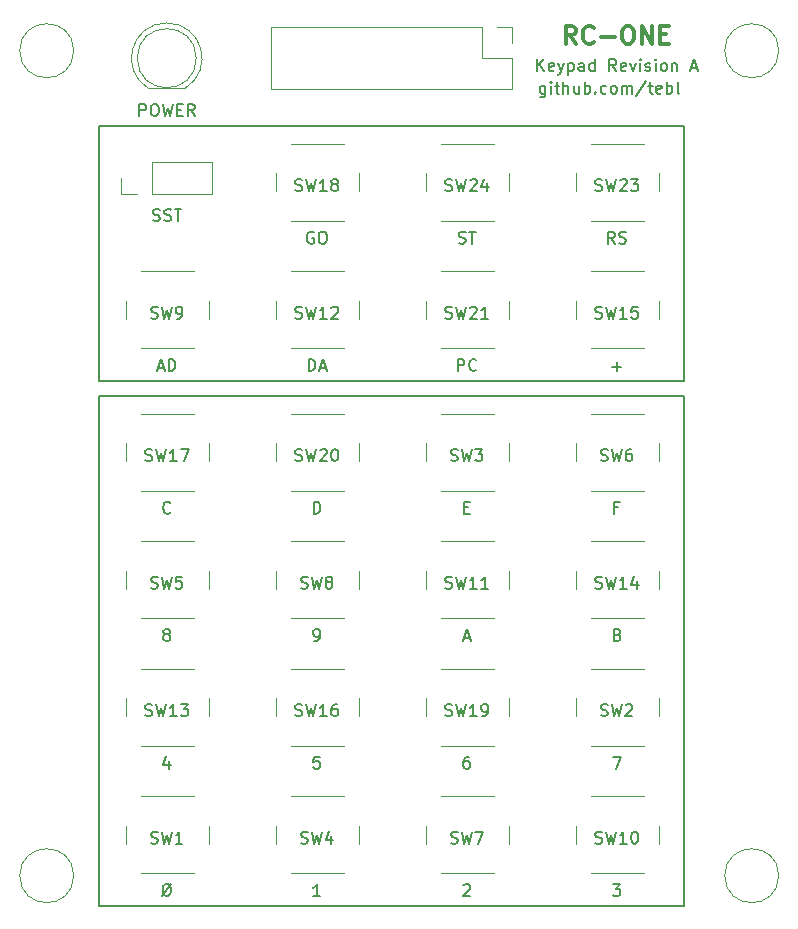
<source format=gto>
G04 #@! TF.FileFunction,Legend,Top*
%FSLAX46Y46*%
G04 Gerber Fmt 4.6, Leading zero omitted, Abs format (unit mm)*
G04 Created by KiCad (PCBNEW 4.0.7) date 09/06/19 15:29:48*
%MOMM*%
%LPD*%
G01*
G04 APERTURE LIST*
%ADD10C,0.100000*%
%ADD11C,0.200000*%
%ADD12C,0.150000*%
%ADD13C,0.300000*%
%ADD14C,0.120000*%
G04 APERTURE END LIST*
D10*
D11*
X95885000Y-64770000D02*
X107315000Y-64770000D01*
X95885000Y-86360000D02*
X95885000Y-64770000D01*
X145415000Y-130810000D02*
X145415000Y-87630000D01*
X95885000Y-130810000D02*
X145415000Y-130810000D01*
X95885000Y-87630000D02*
X95885000Y-130810000D01*
X95885000Y-87630000D02*
X145415000Y-87630000D01*
X145415000Y-64770000D02*
X145415000Y-86360000D01*
X107315000Y-64770000D02*
X145415000Y-64770000D01*
X145415000Y-86360000D02*
X95885000Y-86360000D01*
D12*
X133660238Y-61380714D02*
X133660238Y-62190238D01*
X133612619Y-62285476D01*
X133565000Y-62333095D01*
X133469761Y-62380714D01*
X133326904Y-62380714D01*
X133231666Y-62333095D01*
X133660238Y-61999762D02*
X133565000Y-62047381D01*
X133374523Y-62047381D01*
X133279285Y-61999762D01*
X133231666Y-61952143D01*
X133184047Y-61856905D01*
X133184047Y-61571190D01*
X133231666Y-61475952D01*
X133279285Y-61428333D01*
X133374523Y-61380714D01*
X133565000Y-61380714D01*
X133660238Y-61428333D01*
X134136428Y-62047381D02*
X134136428Y-61380714D01*
X134136428Y-61047381D02*
X134088809Y-61095000D01*
X134136428Y-61142619D01*
X134184047Y-61095000D01*
X134136428Y-61047381D01*
X134136428Y-61142619D01*
X134469761Y-61380714D02*
X134850713Y-61380714D01*
X134612618Y-61047381D02*
X134612618Y-61904524D01*
X134660237Y-61999762D01*
X134755475Y-62047381D01*
X134850713Y-62047381D01*
X135184047Y-62047381D02*
X135184047Y-61047381D01*
X135612619Y-62047381D02*
X135612619Y-61523571D01*
X135565000Y-61428333D01*
X135469762Y-61380714D01*
X135326904Y-61380714D01*
X135231666Y-61428333D01*
X135184047Y-61475952D01*
X136517381Y-61380714D02*
X136517381Y-62047381D01*
X136088809Y-61380714D02*
X136088809Y-61904524D01*
X136136428Y-61999762D01*
X136231666Y-62047381D01*
X136374524Y-62047381D01*
X136469762Y-61999762D01*
X136517381Y-61952143D01*
X136993571Y-62047381D02*
X136993571Y-61047381D01*
X136993571Y-61428333D02*
X137088809Y-61380714D01*
X137279286Y-61380714D01*
X137374524Y-61428333D01*
X137422143Y-61475952D01*
X137469762Y-61571190D01*
X137469762Y-61856905D01*
X137422143Y-61952143D01*
X137374524Y-61999762D01*
X137279286Y-62047381D01*
X137088809Y-62047381D01*
X136993571Y-61999762D01*
X137898333Y-61952143D02*
X137945952Y-61999762D01*
X137898333Y-62047381D01*
X137850714Y-61999762D01*
X137898333Y-61952143D01*
X137898333Y-62047381D01*
X138803095Y-61999762D02*
X138707857Y-62047381D01*
X138517380Y-62047381D01*
X138422142Y-61999762D01*
X138374523Y-61952143D01*
X138326904Y-61856905D01*
X138326904Y-61571190D01*
X138374523Y-61475952D01*
X138422142Y-61428333D01*
X138517380Y-61380714D01*
X138707857Y-61380714D01*
X138803095Y-61428333D01*
X139374523Y-62047381D02*
X139279285Y-61999762D01*
X139231666Y-61952143D01*
X139184047Y-61856905D01*
X139184047Y-61571190D01*
X139231666Y-61475952D01*
X139279285Y-61428333D01*
X139374523Y-61380714D01*
X139517381Y-61380714D01*
X139612619Y-61428333D01*
X139660238Y-61475952D01*
X139707857Y-61571190D01*
X139707857Y-61856905D01*
X139660238Y-61952143D01*
X139612619Y-61999762D01*
X139517381Y-62047381D01*
X139374523Y-62047381D01*
X140136428Y-62047381D02*
X140136428Y-61380714D01*
X140136428Y-61475952D02*
X140184047Y-61428333D01*
X140279285Y-61380714D01*
X140422143Y-61380714D01*
X140517381Y-61428333D01*
X140565000Y-61523571D01*
X140565000Y-62047381D01*
X140565000Y-61523571D02*
X140612619Y-61428333D01*
X140707857Y-61380714D01*
X140850714Y-61380714D01*
X140945952Y-61428333D01*
X140993571Y-61523571D01*
X140993571Y-62047381D01*
X142184047Y-60999762D02*
X141326904Y-62285476D01*
X142374523Y-61380714D02*
X142755475Y-61380714D01*
X142517380Y-61047381D02*
X142517380Y-61904524D01*
X142564999Y-61999762D01*
X142660237Y-62047381D01*
X142755475Y-62047381D01*
X143469762Y-61999762D02*
X143374524Y-62047381D01*
X143184047Y-62047381D01*
X143088809Y-61999762D01*
X143041190Y-61904524D01*
X143041190Y-61523571D01*
X143088809Y-61428333D01*
X143184047Y-61380714D01*
X143374524Y-61380714D01*
X143469762Y-61428333D01*
X143517381Y-61523571D01*
X143517381Y-61618810D01*
X143041190Y-61714048D01*
X143945952Y-62047381D02*
X143945952Y-61047381D01*
X143945952Y-61428333D02*
X144041190Y-61380714D01*
X144231667Y-61380714D01*
X144326905Y-61428333D01*
X144374524Y-61475952D01*
X144422143Y-61571190D01*
X144422143Y-61856905D01*
X144374524Y-61952143D01*
X144326905Y-61999762D01*
X144231667Y-62047381D01*
X144041190Y-62047381D01*
X143945952Y-61999762D01*
X144993571Y-62047381D02*
X144898333Y-61999762D01*
X144850714Y-61904524D01*
X144850714Y-61047381D01*
X132985714Y-60142381D02*
X132985714Y-59142381D01*
X133557143Y-60142381D02*
X133128571Y-59570952D01*
X133557143Y-59142381D02*
X132985714Y-59713810D01*
X134366667Y-60094762D02*
X134271429Y-60142381D01*
X134080952Y-60142381D01*
X133985714Y-60094762D01*
X133938095Y-59999524D01*
X133938095Y-59618571D01*
X133985714Y-59523333D01*
X134080952Y-59475714D01*
X134271429Y-59475714D01*
X134366667Y-59523333D01*
X134414286Y-59618571D01*
X134414286Y-59713810D01*
X133938095Y-59809048D01*
X134747619Y-59475714D02*
X134985714Y-60142381D01*
X135223810Y-59475714D02*
X134985714Y-60142381D01*
X134890476Y-60380476D01*
X134842857Y-60428095D01*
X134747619Y-60475714D01*
X135604762Y-59475714D02*
X135604762Y-60475714D01*
X135604762Y-59523333D02*
X135700000Y-59475714D01*
X135890477Y-59475714D01*
X135985715Y-59523333D01*
X136033334Y-59570952D01*
X136080953Y-59666190D01*
X136080953Y-59951905D01*
X136033334Y-60047143D01*
X135985715Y-60094762D01*
X135890477Y-60142381D01*
X135700000Y-60142381D01*
X135604762Y-60094762D01*
X136938096Y-60142381D02*
X136938096Y-59618571D01*
X136890477Y-59523333D01*
X136795239Y-59475714D01*
X136604762Y-59475714D01*
X136509524Y-59523333D01*
X136938096Y-60094762D02*
X136842858Y-60142381D01*
X136604762Y-60142381D01*
X136509524Y-60094762D01*
X136461905Y-59999524D01*
X136461905Y-59904286D01*
X136509524Y-59809048D01*
X136604762Y-59761429D01*
X136842858Y-59761429D01*
X136938096Y-59713810D01*
X137842858Y-60142381D02*
X137842858Y-59142381D01*
X137842858Y-60094762D02*
X137747620Y-60142381D01*
X137557143Y-60142381D01*
X137461905Y-60094762D01*
X137414286Y-60047143D01*
X137366667Y-59951905D01*
X137366667Y-59666190D01*
X137414286Y-59570952D01*
X137461905Y-59523333D01*
X137557143Y-59475714D01*
X137747620Y-59475714D01*
X137842858Y-59523333D01*
X139652382Y-60142381D02*
X139319048Y-59666190D01*
X139080953Y-60142381D02*
X139080953Y-59142381D01*
X139461906Y-59142381D01*
X139557144Y-59190000D01*
X139604763Y-59237619D01*
X139652382Y-59332857D01*
X139652382Y-59475714D01*
X139604763Y-59570952D01*
X139557144Y-59618571D01*
X139461906Y-59666190D01*
X139080953Y-59666190D01*
X140461906Y-60094762D02*
X140366668Y-60142381D01*
X140176191Y-60142381D01*
X140080953Y-60094762D01*
X140033334Y-59999524D01*
X140033334Y-59618571D01*
X140080953Y-59523333D01*
X140176191Y-59475714D01*
X140366668Y-59475714D01*
X140461906Y-59523333D01*
X140509525Y-59618571D01*
X140509525Y-59713810D01*
X140033334Y-59809048D01*
X140842858Y-59475714D02*
X141080953Y-60142381D01*
X141319049Y-59475714D01*
X141700001Y-60142381D02*
X141700001Y-59475714D01*
X141700001Y-59142381D02*
X141652382Y-59190000D01*
X141700001Y-59237619D01*
X141747620Y-59190000D01*
X141700001Y-59142381D01*
X141700001Y-59237619D01*
X142128572Y-60094762D02*
X142223810Y-60142381D01*
X142414286Y-60142381D01*
X142509525Y-60094762D01*
X142557144Y-59999524D01*
X142557144Y-59951905D01*
X142509525Y-59856667D01*
X142414286Y-59809048D01*
X142271429Y-59809048D01*
X142176191Y-59761429D01*
X142128572Y-59666190D01*
X142128572Y-59618571D01*
X142176191Y-59523333D01*
X142271429Y-59475714D01*
X142414286Y-59475714D01*
X142509525Y-59523333D01*
X142985715Y-60142381D02*
X142985715Y-59475714D01*
X142985715Y-59142381D02*
X142938096Y-59190000D01*
X142985715Y-59237619D01*
X143033334Y-59190000D01*
X142985715Y-59142381D01*
X142985715Y-59237619D01*
X143604762Y-60142381D02*
X143509524Y-60094762D01*
X143461905Y-60047143D01*
X143414286Y-59951905D01*
X143414286Y-59666190D01*
X143461905Y-59570952D01*
X143509524Y-59523333D01*
X143604762Y-59475714D01*
X143747620Y-59475714D01*
X143842858Y-59523333D01*
X143890477Y-59570952D01*
X143938096Y-59666190D01*
X143938096Y-59951905D01*
X143890477Y-60047143D01*
X143842858Y-60094762D01*
X143747620Y-60142381D01*
X143604762Y-60142381D01*
X144366667Y-59475714D02*
X144366667Y-60142381D01*
X144366667Y-59570952D02*
X144414286Y-59523333D01*
X144509524Y-59475714D01*
X144652382Y-59475714D01*
X144747620Y-59523333D01*
X144795239Y-59618571D01*
X144795239Y-60142381D01*
X145985715Y-59856667D02*
X146461906Y-59856667D01*
X145890477Y-60142381D02*
X146223810Y-59142381D01*
X146557144Y-60142381D01*
D13*
X136235714Y-57828571D02*
X135735714Y-57114286D01*
X135378571Y-57828571D02*
X135378571Y-56328571D01*
X135949999Y-56328571D01*
X136092857Y-56400000D01*
X136164285Y-56471429D01*
X136235714Y-56614286D01*
X136235714Y-56828571D01*
X136164285Y-56971429D01*
X136092857Y-57042857D01*
X135949999Y-57114286D01*
X135378571Y-57114286D01*
X137735714Y-57685714D02*
X137664285Y-57757143D01*
X137449999Y-57828571D01*
X137307142Y-57828571D01*
X137092857Y-57757143D01*
X136949999Y-57614286D01*
X136878571Y-57471429D01*
X136807142Y-57185714D01*
X136807142Y-56971429D01*
X136878571Y-56685714D01*
X136949999Y-56542857D01*
X137092857Y-56400000D01*
X137307142Y-56328571D01*
X137449999Y-56328571D01*
X137664285Y-56400000D01*
X137735714Y-56471429D01*
X138378571Y-57257143D02*
X139521428Y-57257143D01*
X140521428Y-56328571D02*
X140807142Y-56328571D01*
X140950000Y-56400000D01*
X141092857Y-56542857D01*
X141164285Y-56828571D01*
X141164285Y-57328571D01*
X141092857Y-57614286D01*
X140950000Y-57757143D01*
X140807142Y-57828571D01*
X140521428Y-57828571D01*
X140378571Y-57757143D01*
X140235714Y-57614286D01*
X140164285Y-57328571D01*
X140164285Y-56828571D01*
X140235714Y-56542857D01*
X140378571Y-56400000D01*
X140521428Y-56328571D01*
X141807143Y-57828571D02*
X141807143Y-56328571D01*
X142664286Y-57828571D01*
X142664286Y-56328571D01*
X143378572Y-57042857D02*
X143878572Y-57042857D01*
X144092858Y-57828571D02*
X143378572Y-57828571D01*
X143378572Y-56328571D01*
X144092858Y-56328571D01*
D12*
X99290476Y-63952381D02*
X99290476Y-62952381D01*
X99671429Y-62952381D01*
X99766667Y-63000000D01*
X99814286Y-63047619D01*
X99861905Y-63142857D01*
X99861905Y-63285714D01*
X99814286Y-63380952D01*
X99766667Y-63428571D01*
X99671429Y-63476190D01*
X99290476Y-63476190D01*
X100480952Y-62952381D02*
X100671429Y-62952381D01*
X100766667Y-63000000D01*
X100861905Y-63095238D01*
X100909524Y-63285714D01*
X100909524Y-63619048D01*
X100861905Y-63809524D01*
X100766667Y-63904762D01*
X100671429Y-63952381D01*
X100480952Y-63952381D01*
X100385714Y-63904762D01*
X100290476Y-63809524D01*
X100242857Y-63619048D01*
X100242857Y-63285714D01*
X100290476Y-63095238D01*
X100385714Y-63000000D01*
X100480952Y-62952381D01*
X101242857Y-62952381D02*
X101480952Y-63952381D01*
X101671429Y-63238095D01*
X101861905Y-63952381D01*
X102100000Y-62952381D01*
X102480952Y-63428571D02*
X102814286Y-63428571D01*
X102957143Y-63952381D02*
X102480952Y-63952381D01*
X102480952Y-62952381D01*
X102957143Y-62952381D01*
X103957143Y-63952381D02*
X103623809Y-63476190D01*
X103385714Y-63952381D02*
X103385714Y-62952381D01*
X103766667Y-62952381D01*
X103861905Y-63000000D01*
X103909524Y-63047619D01*
X103957143Y-63142857D01*
X103957143Y-63285714D01*
X103909524Y-63380952D01*
X103861905Y-63428571D01*
X103766667Y-63476190D01*
X103385714Y-63476190D01*
D14*
X101600462Y-56065000D02*
G75*
G03X100055170Y-61615000I-462J-2990000D01*
G01*
X101599538Y-56065000D02*
G75*
G02X103144830Y-61615000I462J-2990000D01*
G01*
X104100000Y-59055000D02*
G75*
G03X104100000Y-59055000I-2500000J0D01*
G01*
X100055000Y-61615000D02*
X103145000Y-61615000D01*
X110430000Y-56455000D02*
X110430000Y-61655000D01*
X128270000Y-56455000D02*
X110430000Y-56455000D01*
X130870000Y-61655000D02*
X110430000Y-61655000D01*
X128270000Y-56455000D02*
X128270000Y-59055000D01*
X128270000Y-59055000D02*
X130870000Y-59055000D01*
X130870000Y-59055000D02*
X130870000Y-61655000D01*
X129540000Y-56455000D02*
X130870000Y-56455000D01*
X130870000Y-56455000D02*
X130870000Y-57785000D01*
X99425000Y-128055000D02*
X103925000Y-128055000D01*
X98175000Y-124055000D02*
X98175000Y-125555000D01*
X103925000Y-121555000D02*
X99425000Y-121555000D01*
X105175000Y-125555000D02*
X105175000Y-124055000D01*
X137525000Y-117260000D02*
X142025000Y-117260000D01*
X136275000Y-113260000D02*
X136275000Y-114760000D01*
X142025000Y-110760000D02*
X137525000Y-110760000D01*
X143275000Y-114760000D02*
X143275000Y-113260000D01*
X124825000Y-95670000D02*
X129325000Y-95670000D01*
X123575000Y-91670000D02*
X123575000Y-93170000D01*
X129325000Y-89170000D02*
X124825000Y-89170000D01*
X130575000Y-93170000D02*
X130575000Y-91670000D01*
X112125000Y-128055000D02*
X116625000Y-128055000D01*
X110875000Y-124055000D02*
X110875000Y-125555000D01*
X116625000Y-121555000D02*
X112125000Y-121555000D01*
X117875000Y-125555000D02*
X117875000Y-124055000D01*
X99425000Y-106465000D02*
X103925000Y-106465000D01*
X98175000Y-102465000D02*
X98175000Y-103965000D01*
X103925000Y-99965000D02*
X99425000Y-99965000D01*
X105175000Y-103965000D02*
X105175000Y-102465000D01*
X137525000Y-95670000D02*
X142025000Y-95670000D01*
X136275000Y-91670000D02*
X136275000Y-93170000D01*
X142025000Y-89170000D02*
X137525000Y-89170000D01*
X143275000Y-93170000D02*
X143275000Y-91670000D01*
X124825000Y-128055000D02*
X129325000Y-128055000D01*
X123575000Y-124055000D02*
X123575000Y-125555000D01*
X129325000Y-121555000D02*
X124825000Y-121555000D01*
X130575000Y-125555000D02*
X130575000Y-124055000D01*
X112125000Y-106465000D02*
X116625000Y-106465000D01*
X110875000Y-102465000D02*
X110875000Y-103965000D01*
X116625000Y-99965000D02*
X112125000Y-99965000D01*
X117875000Y-103965000D02*
X117875000Y-102465000D01*
X99425000Y-83605000D02*
X103925000Y-83605000D01*
X98175000Y-79605000D02*
X98175000Y-81105000D01*
X103925000Y-77105000D02*
X99425000Y-77105000D01*
X105175000Y-81105000D02*
X105175000Y-79605000D01*
X137525000Y-128055000D02*
X142025000Y-128055000D01*
X136275000Y-124055000D02*
X136275000Y-125555000D01*
X142025000Y-121555000D02*
X137525000Y-121555000D01*
X143275000Y-125555000D02*
X143275000Y-124055000D01*
X124825000Y-106465000D02*
X129325000Y-106465000D01*
X123575000Y-102465000D02*
X123575000Y-103965000D01*
X129325000Y-99965000D02*
X124825000Y-99965000D01*
X130575000Y-103965000D02*
X130575000Y-102465000D01*
X112125000Y-83605000D02*
X116625000Y-83605000D01*
X110875000Y-79605000D02*
X110875000Y-81105000D01*
X116625000Y-77105000D02*
X112125000Y-77105000D01*
X117875000Y-81105000D02*
X117875000Y-79605000D01*
X99425000Y-117260000D02*
X103925000Y-117260000D01*
X98175000Y-113260000D02*
X98175000Y-114760000D01*
X103925000Y-110760000D02*
X99425000Y-110760000D01*
X105175000Y-114760000D02*
X105175000Y-113260000D01*
X137525000Y-106465000D02*
X142025000Y-106465000D01*
X136275000Y-102465000D02*
X136275000Y-103965000D01*
X142025000Y-99965000D02*
X137525000Y-99965000D01*
X143275000Y-103965000D02*
X143275000Y-102465000D01*
X137525000Y-83605000D02*
X142025000Y-83605000D01*
X136275000Y-79605000D02*
X136275000Y-81105000D01*
X142025000Y-77105000D02*
X137525000Y-77105000D01*
X143275000Y-81105000D02*
X143275000Y-79605000D01*
X112125000Y-117260000D02*
X116625000Y-117260000D01*
X110875000Y-113260000D02*
X110875000Y-114760000D01*
X116625000Y-110760000D02*
X112125000Y-110760000D01*
X117875000Y-114760000D02*
X117875000Y-113260000D01*
X99425000Y-95670000D02*
X103925000Y-95670000D01*
X98175000Y-91670000D02*
X98175000Y-93170000D01*
X103925000Y-89170000D02*
X99425000Y-89170000D01*
X105175000Y-93170000D02*
X105175000Y-91670000D01*
X112125000Y-72810000D02*
X116625000Y-72810000D01*
X110875000Y-68810000D02*
X110875000Y-70310000D01*
X116625000Y-66310000D02*
X112125000Y-66310000D01*
X117875000Y-70310000D02*
X117875000Y-68810000D01*
X124825000Y-117260000D02*
X129325000Y-117260000D01*
X123575000Y-113260000D02*
X123575000Y-114760000D01*
X129325000Y-110760000D02*
X124825000Y-110760000D01*
X130575000Y-114760000D02*
X130575000Y-113260000D01*
X112125000Y-95670000D02*
X116625000Y-95670000D01*
X110875000Y-91670000D02*
X110875000Y-93170000D01*
X116625000Y-89170000D02*
X112125000Y-89170000D01*
X117875000Y-93170000D02*
X117875000Y-91670000D01*
X124825000Y-83605000D02*
X129325000Y-83605000D01*
X123575000Y-79605000D02*
X123575000Y-81105000D01*
X129325000Y-77105000D02*
X124825000Y-77105000D01*
X130575000Y-81105000D02*
X130575000Y-79605000D01*
X137525000Y-72810000D02*
X142025000Y-72810000D01*
X136275000Y-68810000D02*
X136275000Y-70310000D01*
X142025000Y-66310000D02*
X137525000Y-66310000D01*
X143275000Y-70310000D02*
X143275000Y-68810000D01*
X124825000Y-72810000D02*
X129325000Y-72810000D01*
X123575000Y-68810000D02*
X123575000Y-70310000D01*
X129325000Y-66310000D02*
X124825000Y-66310000D01*
X130575000Y-70310000D02*
X130575000Y-68810000D01*
X93726000Y-58420000D02*
G75*
G03X93726000Y-58420000I-2286000J0D01*
G01*
X153416000Y-58420000D02*
G75*
G03X153416000Y-58420000I-2286000J0D01*
G01*
X93726000Y-128270000D02*
G75*
G03X93726000Y-128270000I-2286000J0D01*
G01*
X153416000Y-128270000D02*
G75*
G03X153416000Y-128270000I-2286000J0D01*
G01*
X105470000Y-70545000D02*
X105470000Y-67885000D01*
X100330000Y-70545000D02*
X105470000Y-70545000D01*
X100330000Y-67885000D02*
X105470000Y-67885000D01*
X100330000Y-70545000D02*
X100330000Y-67885000D01*
X99060000Y-70545000D02*
X97730000Y-70545000D01*
X97730000Y-70545000D02*
X97730000Y-69215000D01*
D12*
X100266667Y-125499762D02*
X100409524Y-125547381D01*
X100647620Y-125547381D01*
X100742858Y-125499762D01*
X100790477Y-125452143D01*
X100838096Y-125356905D01*
X100838096Y-125261667D01*
X100790477Y-125166429D01*
X100742858Y-125118810D01*
X100647620Y-125071190D01*
X100457143Y-125023571D01*
X100361905Y-124975952D01*
X100314286Y-124928333D01*
X100266667Y-124833095D01*
X100266667Y-124737857D01*
X100314286Y-124642619D01*
X100361905Y-124595000D01*
X100457143Y-124547381D01*
X100695239Y-124547381D01*
X100838096Y-124595000D01*
X101171429Y-124547381D02*
X101409524Y-125547381D01*
X101600001Y-124833095D01*
X101790477Y-125547381D01*
X102028572Y-124547381D01*
X102933334Y-125547381D02*
X102361905Y-125547381D01*
X102647619Y-125547381D02*
X102647619Y-124547381D01*
X102552381Y-124690238D01*
X102457143Y-124785476D01*
X102361905Y-124833095D01*
X101980953Y-128992381D02*
X101219048Y-129992381D01*
X101504762Y-129992381D02*
X101409524Y-129944762D01*
X101314286Y-129849524D01*
X101266667Y-129659048D01*
X101266667Y-129325714D01*
X101314286Y-129135238D01*
X101409524Y-129040000D01*
X101504762Y-128992381D01*
X101695239Y-128992381D01*
X101790477Y-129040000D01*
X101885715Y-129135238D01*
X101933334Y-129325714D01*
X101933334Y-129659048D01*
X101885715Y-129849524D01*
X101790477Y-129944762D01*
X101695239Y-129992381D01*
X101504762Y-129992381D01*
X138366667Y-114704762D02*
X138509524Y-114752381D01*
X138747620Y-114752381D01*
X138842858Y-114704762D01*
X138890477Y-114657143D01*
X138938096Y-114561905D01*
X138938096Y-114466667D01*
X138890477Y-114371429D01*
X138842858Y-114323810D01*
X138747620Y-114276190D01*
X138557143Y-114228571D01*
X138461905Y-114180952D01*
X138414286Y-114133333D01*
X138366667Y-114038095D01*
X138366667Y-113942857D01*
X138414286Y-113847619D01*
X138461905Y-113800000D01*
X138557143Y-113752381D01*
X138795239Y-113752381D01*
X138938096Y-113800000D01*
X139271429Y-113752381D02*
X139509524Y-114752381D01*
X139700001Y-114038095D01*
X139890477Y-114752381D01*
X140128572Y-113752381D01*
X140461905Y-113847619D02*
X140509524Y-113800000D01*
X140604762Y-113752381D01*
X140842858Y-113752381D01*
X140938096Y-113800000D01*
X140985715Y-113847619D01*
X141033334Y-113942857D01*
X141033334Y-114038095D01*
X140985715Y-114180952D01*
X140414286Y-114752381D01*
X141033334Y-114752381D01*
X139366667Y-118197381D02*
X140033334Y-118197381D01*
X139604762Y-119197381D01*
X125666667Y-93114762D02*
X125809524Y-93162381D01*
X126047620Y-93162381D01*
X126142858Y-93114762D01*
X126190477Y-93067143D01*
X126238096Y-92971905D01*
X126238096Y-92876667D01*
X126190477Y-92781429D01*
X126142858Y-92733810D01*
X126047620Y-92686190D01*
X125857143Y-92638571D01*
X125761905Y-92590952D01*
X125714286Y-92543333D01*
X125666667Y-92448095D01*
X125666667Y-92352857D01*
X125714286Y-92257619D01*
X125761905Y-92210000D01*
X125857143Y-92162381D01*
X126095239Y-92162381D01*
X126238096Y-92210000D01*
X126571429Y-92162381D02*
X126809524Y-93162381D01*
X127000001Y-92448095D01*
X127190477Y-93162381D01*
X127428572Y-92162381D01*
X127714286Y-92162381D02*
X128333334Y-92162381D01*
X128000000Y-92543333D01*
X128142858Y-92543333D01*
X128238096Y-92590952D01*
X128285715Y-92638571D01*
X128333334Y-92733810D01*
X128333334Y-92971905D01*
X128285715Y-93067143D01*
X128238096Y-93114762D01*
X128142858Y-93162381D01*
X127857143Y-93162381D01*
X127761905Y-93114762D01*
X127714286Y-93067143D01*
X126785714Y-97083571D02*
X127119048Y-97083571D01*
X127261905Y-97607381D02*
X126785714Y-97607381D01*
X126785714Y-96607381D01*
X127261905Y-96607381D01*
X112966667Y-125499762D02*
X113109524Y-125547381D01*
X113347620Y-125547381D01*
X113442858Y-125499762D01*
X113490477Y-125452143D01*
X113538096Y-125356905D01*
X113538096Y-125261667D01*
X113490477Y-125166429D01*
X113442858Y-125118810D01*
X113347620Y-125071190D01*
X113157143Y-125023571D01*
X113061905Y-124975952D01*
X113014286Y-124928333D01*
X112966667Y-124833095D01*
X112966667Y-124737857D01*
X113014286Y-124642619D01*
X113061905Y-124595000D01*
X113157143Y-124547381D01*
X113395239Y-124547381D01*
X113538096Y-124595000D01*
X113871429Y-124547381D02*
X114109524Y-125547381D01*
X114300001Y-124833095D01*
X114490477Y-125547381D01*
X114728572Y-124547381D01*
X115538096Y-124880714D02*
X115538096Y-125547381D01*
X115300000Y-124499762D02*
X115061905Y-125214048D01*
X115680953Y-125214048D01*
X114585715Y-129992381D02*
X114014286Y-129992381D01*
X114300000Y-129992381D02*
X114300000Y-128992381D01*
X114204762Y-129135238D01*
X114109524Y-129230476D01*
X114014286Y-129278095D01*
X100266667Y-103909762D02*
X100409524Y-103957381D01*
X100647620Y-103957381D01*
X100742858Y-103909762D01*
X100790477Y-103862143D01*
X100838096Y-103766905D01*
X100838096Y-103671667D01*
X100790477Y-103576429D01*
X100742858Y-103528810D01*
X100647620Y-103481190D01*
X100457143Y-103433571D01*
X100361905Y-103385952D01*
X100314286Y-103338333D01*
X100266667Y-103243095D01*
X100266667Y-103147857D01*
X100314286Y-103052619D01*
X100361905Y-103005000D01*
X100457143Y-102957381D01*
X100695239Y-102957381D01*
X100838096Y-103005000D01*
X101171429Y-102957381D02*
X101409524Y-103957381D01*
X101600001Y-103243095D01*
X101790477Y-103957381D01*
X102028572Y-102957381D01*
X102885715Y-102957381D02*
X102409524Y-102957381D01*
X102361905Y-103433571D01*
X102409524Y-103385952D01*
X102504762Y-103338333D01*
X102742858Y-103338333D01*
X102838096Y-103385952D01*
X102885715Y-103433571D01*
X102933334Y-103528810D01*
X102933334Y-103766905D01*
X102885715Y-103862143D01*
X102838096Y-103909762D01*
X102742858Y-103957381D01*
X102504762Y-103957381D01*
X102409524Y-103909762D01*
X102361905Y-103862143D01*
X101504762Y-107830952D02*
X101409524Y-107783333D01*
X101361905Y-107735714D01*
X101314286Y-107640476D01*
X101314286Y-107592857D01*
X101361905Y-107497619D01*
X101409524Y-107450000D01*
X101504762Y-107402381D01*
X101695239Y-107402381D01*
X101790477Y-107450000D01*
X101838096Y-107497619D01*
X101885715Y-107592857D01*
X101885715Y-107640476D01*
X101838096Y-107735714D01*
X101790477Y-107783333D01*
X101695239Y-107830952D01*
X101504762Y-107830952D01*
X101409524Y-107878571D01*
X101361905Y-107926190D01*
X101314286Y-108021429D01*
X101314286Y-108211905D01*
X101361905Y-108307143D01*
X101409524Y-108354762D01*
X101504762Y-108402381D01*
X101695239Y-108402381D01*
X101790477Y-108354762D01*
X101838096Y-108307143D01*
X101885715Y-108211905D01*
X101885715Y-108021429D01*
X101838096Y-107926190D01*
X101790477Y-107878571D01*
X101695239Y-107830952D01*
X138366667Y-93114762D02*
X138509524Y-93162381D01*
X138747620Y-93162381D01*
X138842858Y-93114762D01*
X138890477Y-93067143D01*
X138938096Y-92971905D01*
X138938096Y-92876667D01*
X138890477Y-92781429D01*
X138842858Y-92733810D01*
X138747620Y-92686190D01*
X138557143Y-92638571D01*
X138461905Y-92590952D01*
X138414286Y-92543333D01*
X138366667Y-92448095D01*
X138366667Y-92352857D01*
X138414286Y-92257619D01*
X138461905Y-92210000D01*
X138557143Y-92162381D01*
X138795239Y-92162381D01*
X138938096Y-92210000D01*
X139271429Y-92162381D02*
X139509524Y-93162381D01*
X139700001Y-92448095D01*
X139890477Y-93162381D01*
X140128572Y-92162381D01*
X140938096Y-92162381D02*
X140747619Y-92162381D01*
X140652381Y-92210000D01*
X140604762Y-92257619D01*
X140509524Y-92400476D01*
X140461905Y-92590952D01*
X140461905Y-92971905D01*
X140509524Y-93067143D01*
X140557143Y-93114762D01*
X140652381Y-93162381D01*
X140842858Y-93162381D01*
X140938096Y-93114762D01*
X140985715Y-93067143D01*
X141033334Y-92971905D01*
X141033334Y-92733810D01*
X140985715Y-92638571D01*
X140938096Y-92590952D01*
X140842858Y-92543333D01*
X140652381Y-92543333D01*
X140557143Y-92590952D01*
X140509524Y-92638571D01*
X140461905Y-92733810D01*
X139842858Y-97083571D02*
X139509524Y-97083571D01*
X139509524Y-97607381D02*
X139509524Y-96607381D01*
X139985715Y-96607381D01*
X125666667Y-125499762D02*
X125809524Y-125547381D01*
X126047620Y-125547381D01*
X126142858Y-125499762D01*
X126190477Y-125452143D01*
X126238096Y-125356905D01*
X126238096Y-125261667D01*
X126190477Y-125166429D01*
X126142858Y-125118810D01*
X126047620Y-125071190D01*
X125857143Y-125023571D01*
X125761905Y-124975952D01*
X125714286Y-124928333D01*
X125666667Y-124833095D01*
X125666667Y-124737857D01*
X125714286Y-124642619D01*
X125761905Y-124595000D01*
X125857143Y-124547381D01*
X126095239Y-124547381D01*
X126238096Y-124595000D01*
X126571429Y-124547381D02*
X126809524Y-125547381D01*
X127000001Y-124833095D01*
X127190477Y-125547381D01*
X127428572Y-124547381D01*
X127714286Y-124547381D02*
X128380953Y-124547381D01*
X127952381Y-125547381D01*
X126714286Y-129087619D02*
X126761905Y-129040000D01*
X126857143Y-128992381D01*
X127095239Y-128992381D01*
X127190477Y-129040000D01*
X127238096Y-129087619D01*
X127285715Y-129182857D01*
X127285715Y-129278095D01*
X127238096Y-129420952D01*
X126666667Y-129992381D01*
X127285715Y-129992381D01*
X112966667Y-103909762D02*
X113109524Y-103957381D01*
X113347620Y-103957381D01*
X113442858Y-103909762D01*
X113490477Y-103862143D01*
X113538096Y-103766905D01*
X113538096Y-103671667D01*
X113490477Y-103576429D01*
X113442858Y-103528810D01*
X113347620Y-103481190D01*
X113157143Y-103433571D01*
X113061905Y-103385952D01*
X113014286Y-103338333D01*
X112966667Y-103243095D01*
X112966667Y-103147857D01*
X113014286Y-103052619D01*
X113061905Y-103005000D01*
X113157143Y-102957381D01*
X113395239Y-102957381D01*
X113538096Y-103005000D01*
X113871429Y-102957381D02*
X114109524Y-103957381D01*
X114300001Y-103243095D01*
X114490477Y-103957381D01*
X114728572Y-102957381D01*
X115252381Y-103385952D02*
X115157143Y-103338333D01*
X115109524Y-103290714D01*
X115061905Y-103195476D01*
X115061905Y-103147857D01*
X115109524Y-103052619D01*
X115157143Y-103005000D01*
X115252381Y-102957381D01*
X115442858Y-102957381D01*
X115538096Y-103005000D01*
X115585715Y-103052619D01*
X115633334Y-103147857D01*
X115633334Y-103195476D01*
X115585715Y-103290714D01*
X115538096Y-103338333D01*
X115442858Y-103385952D01*
X115252381Y-103385952D01*
X115157143Y-103433571D01*
X115109524Y-103481190D01*
X115061905Y-103576429D01*
X115061905Y-103766905D01*
X115109524Y-103862143D01*
X115157143Y-103909762D01*
X115252381Y-103957381D01*
X115442858Y-103957381D01*
X115538096Y-103909762D01*
X115585715Y-103862143D01*
X115633334Y-103766905D01*
X115633334Y-103576429D01*
X115585715Y-103481190D01*
X115538096Y-103433571D01*
X115442858Y-103385952D01*
X114109524Y-108402381D02*
X114300000Y-108402381D01*
X114395239Y-108354762D01*
X114442858Y-108307143D01*
X114538096Y-108164286D01*
X114585715Y-107973810D01*
X114585715Y-107592857D01*
X114538096Y-107497619D01*
X114490477Y-107450000D01*
X114395239Y-107402381D01*
X114204762Y-107402381D01*
X114109524Y-107450000D01*
X114061905Y-107497619D01*
X114014286Y-107592857D01*
X114014286Y-107830952D01*
X114061905Y-107926190D01*
X114109524Y-107973810D01*
X114204762Y-108021429D01*
X114395239Y-108021429D01*
X114490477Y-107973810D01*
X114538096Y-107926190D01*
X114585715Y-107830952D01*
X100266667Y-81049762D02*
X100409524Y-81097381D01*
X100647620Y-81097381D01*
X100742858Y-81049762D01*
X100790477Y-81002143D01*
X100838096Y-80906905D01*
X100838096Y-80811667D01*
X100790477Y-80716429D01*
X100742858Y-80668810D01*
X100647620Y-80621190D01*
X100457143Y-80573571D01*
X100361905Y-80525952D01*
X100314286Y-80478333D01*
X100266667Y-80383095D01*
X100266667Y-80287857D01*
X100314286Y-80192619D01*
X100361905Y-80145000D01*
X100457143Y-80097381D01*
X100695239Y-80097381D01*
X100838096Y-80145000D01*
X101171429Y-80097381D02*
X101409524Y-81097381D01*
X101600001Y-80383095D01*
X101790477Y-81097381D01*
X102028572Y-80097381D01*
X102457143Y-81097381D02*
X102647619Y-81097381D01*
X102742858Y-81049762D01*
X102790477Y-81002143D01*
X102885715Y-80859286D01*
X102933334Y-80668810D01*
X102933334Y-80287857D01*
X102885715Y-80192619D01*
X102838096Y-80145000D01*
X102742858Y-80097381D01*
X102552381Y-80097381D01*
X102457143Y-80145000D01*
X102409524Y-80192619D01*
X102361905Y-80287857D01*
X102361905Y-80525952D01*
X102409524Y-80621190D01*
X102457143Y-80668810D01*
X102552381Y-80716429D01*
X102742858Y-80716429D01*
X102838096Y-80668810D01*
X102885715Y-80621190D01*
X102933334Y-80525952D01*
X100861905Y-85256667D02*
X101338096Y-85256667D01*
X100766667Y-85542381D02*
X101100000Y-84542381D01*
X101433334Y-85542381D01*
X101766667Y-85542381D02*
X101766667Y-84542381D01*
X102004762Y-84542381D01*
X102147620Y-84590000D01*
X102242858Y-84685238D01*
X102290477Y-84780476D01*
X102338096Y-84970952D01*
X102338096Y-85113810D01*
X102290477Y-85304286D01*
X102242858Y-85399524D01*
X102147620Y-85494762D01*
X102004762Y-85542381D01*
X101766667Y-85542381D01*
X137890476Y-125499762D02*
X138033333Y-125547381D01*
X138271429Y-125547381D01*
X138366667Y-125499762D01*
X138414286Y-125452143D01*
X138461905Y-125356905D01*
X138461905Y-125261667D01*
X138414286Y-125166429D01*
X138366667Y-125118810D01*
X138271429Y-125071190D01*
X138080952Y-125023571D01*
X137985714Y-124975952D01*
X137938095Y-124928333D01*
X137890476Y-124833095D01*
X137890476Y-124737857D01*
X137938095Y-124642619D01*
X137985714Y-124595000D01*
X138080952Y-124547381D01*
X138319048Y-124547381D01*
X138461905Y-124595000D01*
X138795238Y-124547381D02*
X139033333Y-125547381D01*
X139223810Y-124833095D01*
X139414286Y-125547381D01*
X139652381Y-124547381D01*
X140557143Y-125547381D02*
X139985714Y-125547381D01*
X140271428Y-125547381D02*
X140271428Y-124547381D01*
X140176190Y-124690238D01*
X140080952Y-124785476D01*
X139985714Y-124833095D01*
X141176190Y-124547381D02*
X141271429Y-124547381D01*
X141366667Y-124595000D01*
X141414286Y-124642619D01*
X141461905Y-124737857D01*
X141509524Y-124928333D01*
X141509524Y-125166429D01*
X141461905Y-125356905D01*
X141414286Y-125452143D01*
X141366667Y-125499762D01*
X141271429Y-125547381D01*
X141176190Y-125547381D01*
X141080952Y-125499762D01*
X141033333Y-125452143D01*
X140985714Y-125356905D01*
X140938095Y-125166429D01*
X140938095Y-124928333D01*
X140985714Y-124737857D01*
X141033333Y-124642619D01*
X141080952Y-124595000D01*
X141176190Y-124547381D01*
X139366667Y-128992381D02*
X139985715Y-128992381D01*
X139652381Y-129373333D01*
X139795239Y-129373333D01*
X139890477Y-129420952D01*
X139938096Y-129468571D01*
X139985715Y-129563810D01*
X139985715Y-129801905D01*
X139938096Y-129897143D01*
X139890477Y-129944762D01*
X139795239Y-129992381D01*
X139509524Y-129992381D01*
X139414286Y-129944762D01*
X139366667Y-129897143D01*
X125190476Y-103909762D02*
X125333333Y-103957381D01*
X125571429Y-103957381D01*
X125666667Y-103909762D01*
X125714286Y-103862143D01*
X125761905Y-103766905D01*
X125761905Y-103671667D01*
X125714286Y-103576429D01*
X125666667Y-103528810D01*
X125571429Y-103481190D01*
X125380952Y-103433571D01*
X125285714Y-103385952D01*
X125238095Y-103338333D01*
X125190476Y-103243095D01*
X125190476Y-103147857D01*
X125238095Y-103052619D01*
X125285714Y-103005000D01*
X125380952Y-102957381D01*
X125619048Y-102957381D01*
X125761905Y-103005000D01*
X126095238Y-102957381D02*
X126333333Y-103957381D01*
X126523810Y-103243095D01*
X126714286Y-103957381D01*
X126952381Y-102957381D01*
X127857143Y-103957381D02*
X127285714Y-103957381D01*
X127571428Y-103957381D02*
X127571428Y-102957381D01*
X127476190Y-103100238D01*
X127380952Y-103195476D01*
X127285714Y-103243095D01*
X128809524Y-103957381D02*
X128238095Y-103957381D01*
X128523809Y-103957381D02*
X128523809Y-102957381D01*
X128428571Y-103100238D01*
X128333333Y-103195476D01*
X128238095Y-103243095D01*
X126761905Y-108116667D02*
X127238096Y-108116667D01*
X126666667Y-108402381D02*
X127000000Y-107402381D01*
X127333334Y-108402381D01*
X112490476Y-81049762D02*
X112633333Y-81097381D01*
X112871429Y-81097381D01*
X112966667Y-81049762D01*
X113014286Y-81002143D01*
X113061905Y-80906905D01*
X113061905Y-80811667D01*
X113014286Y-80716429D01*
X112966667Y-80668810D01*
X112871429Y-80621190D01*
X112680952Y-80573571D01*
X112585714Y-80525952D01*
X112538095Y-80478333D01*
X112490476Y-80383095D01*
X112490476Y-80287857D01*
X112538095Y-80192619D01*
X112585714Y-80145000D01*
X112680952Y-80097381D01*
X112919048Y-80097381D01*
X113061905Y-80145000D01*
X113395238Y-80097381D02*
X113633333Y-81097381D01*
X113823810Y-80383095D01*
X114014286Y-81097381D01*
X114252381Y-80097381D01*
X115157143Y-81097381D02*
X114585714Y-81097381D01*
X114871428Y-81097381D02*
X114871428Y-80097381D01*
X114776190Y-80240238D01*
X114680952Y-80335476D01*
X114585714Y-80383095D01*
X115538095Y-80192619D02*
X115585714Y-80145000D01*
X115680952Y-80097381D01*
X115919048Y-80097381D01*
X116014286Y-80145000D01*
X116061905Y-80192619D01*
X116109524Y-80287857D01*
X116109524Y-80383095D01*
X116061905Y-80525952D01*
X115490476Y-81097381D01*
X116109524Y-81097381D01*
X113609524Y-85542381D02*
X113609524Y-84542381D01*
X113847619Y-84542381D01*
X113990477Y-84590000D01*
X114085715Y-84685238D01*
X114133334Y-84780476D01*
X114180953Y-84970952D01*
X114180953Y-85113810D01*
X114133334Y-85304286D01*
X114085715Y-85399524D01*
X113990477Y-85494762D01*
X113847619Y-85542381D01*
X113609524Y-85542381D01*
X114561905Y-85256667D02*
X115038096Y-85256667D01*
X114466667Y-85542381D02*
X114800000Y-84542381D01*
X115133334Y-85542381D01*
X99790476Y-114704762D02*
X99933333Y-114752381D01*
X100171429Y-114752381D01*
X100266667Y-114704762D01*
X100314286Y-114657143D01*
X100361905Y-114561905D01*
X100361905Y-114466667D01*
X100314286Y-114371429D01*
X100266667Y-114323810D01*
X100171429Y-114276190D01*
X99980952Y-114228571D01*
X99885714Y-114180952D01*
X99838095Y-114133333D01*
X99790476Y-114038095D01*
X99790476Y-113942857D01*
X99838095Y-113847619D01*
X99885714Y-113800000D01*
X99980952Y-113752381D01*
X100219048Y-113752381D01*
X100361905Y-113800000D01*
X100695238Y-113752381D02*
X100933333Y-114752381D01*
X101123810Y-114038095D01*
X101314286Y-114752381D01*
X101552381Y-113752381D01*
X102457143Y-114752381D02*
X101885714Y-114752381D01*
X102171428Y-114752381D02*
X102171428Y-113752381D01*
X102076190Y-113895238D01*
X101980952Y-113990476D01*
X101885714Y-114038095D01*
X102790476Y-113752381D02*
X103409524Y-113752381D01*
X103076190Y-114133333D01*
X103219048Y-114133333D01*
X103314286Y-114180952D01*
X103361905Y-114228571D01*
X103409524Y-114323810D01*
X103409524Y-114561905D01*
X103361905Y-114657143D01*
X103314286Y-114704762D01*
X103219048Y-114752381D01*
X102933333Y-114752381D01*
X102838095Y-114704762D01*
X102790476Y-114657143D01*
X101790477Y-118530714D02*
X101790477Y-119197381D01*
X101552381Y-118149762D02*
X101314286Y-118864048D01*
X101933334Y-118864048D01*
X137890476Y-103909762D02*
X138033333Y-103957381D01*
X138271429Y-103957381D01*
X138366667Y-103909762D01*
X138414286Y-103862143D01*
X138461905Y-103766905D01*
X138461905Y-103671667D01*
X138414286Y-103576429D01*
X138366667Y-103528810D01*
X138271429Y-103481190D01*
X138080952Y-103433571D01*
X137985714Y-103385952D01*
X137938095Y-103338333D01*
X137890476Y-103243095D01*
X137890476Y-103147857D01*
X137938095Y-103052619D01*
X137985714Y-103005000D01*
X138080952Y-102957381D01*
X138319048Y-102957381D01*
X138461905Y-103005000D01*
X138795238Y-102957381D02*
X139033333Y-103957381D01*
X139223810Y-103243095D01*
X139414286Y-103957381D01*
X139652381Y-102957381D01*
X140557143Y-103957381D02*
X139985714Y-103957381D01*
X140271428Y-103957381D02*
X140271428Y-102957381D01*
X140176190Y-103100238D01*
X140080952Y-103195476D01*
X139985714Y-103243095D01*
X141414286Y-103290714D02*
X141414286Y-103957381D01*
X141176190Y-102909762D02*
X140938095Y-103624048D01*
X141557143Y-103624048D01*
X139771429Y-107878571D02*
X139914286Y-107926190D01*
X139961905Y-107973810D01*
X140009524Y-108069048D01*
X140009524Y-108211905D01*
X139961905Y-108307143D01*
X139914286Y-108354762D01*
X139819048Y-108402381D01*
X139438095Y-108402381D01*
X139438095Y-107402381D01*
X139771429Y-107402381D01*
X139866667Y-107450000D01*
X139914286Y-107497619D01*
X139961905Y-107592857D01*
X139961905Y-107688095D01*
X139914286Y-107783333D01*
X139866667Y-107830952D01*
X139771429Y-107878571D01*
X139438095Y-107878571D01*
X137890476Y-81049762D02*
X138033333Y-81097381D01*
X138271429Y-81097381D01*
X138366667Y-81049762D01*
X138414286Y-81002143D01*
X138461905Y-80906905D01*
X138461905Y-80811667D01*
X138414286Y-80716429D01*
X138366667Y-80668810D01*
X138271429Y-80621190D01*
X138080952Y-80573571D01*
X137985714Y-80525952D01*
X137938095Y-80478333D01*
X137890476Y-80383095D01*
X137890476Y-80287857D01*
X137938095Y-80192619D01*
X137985714Y-80145000D01*
X138080952Y-80097381D01*
X138319048Y-80097381D01*
X138461905Y-80145000D01*
X138795238Y-80097381D02*
X139033333Y-81097381D01*
X139223810Y-80383095D01*
X139414286Y-81097381D01*
X139652381Y-80097381D01*
X140557143Y-81097381D02*
X139985714Y-81097381D01*
X140271428Y-81097381D02*
X140271428Y-80097381D01*
X140176190Y-80240238D01*
X140080952Y-80335476D01*
X139985714Y-80383095D01*
X141461905Y-80097381D02*
X140985714Y-80097381D01*
X140938095Y-80573571D01*
X140985714Y-80525952D01*
X141080952Y-80478333D01*
X141319048Y-80478333D01*
X141414286Y-80525952D01*
X141461905Y-80573571D01*
X141509524Y-80668810D01*
X141509524Y-80906905D01*
X141461905Y-81002143D01*
X141414286Y-81049762D01*
X141319048Y-81097381D01*
X141080952Y-81097381D01*
X140985714Y-81049762D01*
X140938095Y-81002143D01*
X139319048Y-85161429D02*
X140080953Y-85161429D01*
X139700001Y-85542381D02*
X139700001Y-84780476D01*
X112490476Y-114704762D02*
X112633333Y-114752381D01*
X112871429Y-114752381D01*
X112966667Y-114704762D01*
X113014286Y-114657143D01*
X113061905Y-114561905D01*
X113061905Y-114466667D01*
X113014286Y-114371429D01*
X112966667Y-114323810D01*
X112871429Y-114276190D01*
X112680952Y-114228571D01*
X112585714Y-114180952D01*
X112538095Y-114133333D01*
X112490476Y-114038095D01*
X112490476Y-113942857D01*
X112538095Y-113847619D01*
X112585714Y-113800000D01*
X112680952Y-113752381D01*
X112919048Y-113752381D01*
X113061905Y-113800000D01*
X113395238Y-113752381D02*
X113633333Y-114752381D01*
X113823810Y-114038095D01*
X114014286Y-114752381D01*
X114252381Y-113752381D01*
X115157143Y-114752381D02*
X114585714Y-114752381D01*
X114871428Y-114752381D02*
X114871428Y-113752381D01*
X114776190Y-113895238D01*
X114680952Y-113990476D01*
X114585714Y-114038095D01*
X116014286Y-113752381D02*
X115823809Y-113752381D01*
X115728571Y-113800000D01*
X115680952Y-113847619D01*
X115585714Y-113990476D01*
X115538095Y-114180952D01*
X115538095Y-114561905D01*
X115585714Y-114657143D01*
X115633333Y-114704762D01*
X115728571Y-114752381D01*
X115919048Y-114752381D01*
X116014286Y-114704762D01*
X116061905Y-114657143D01*
X116109524Y-114561905D01*
X116109524Y-114323810D01*
X116061905Y-114228571D01*
X116014286Y-114180952D01*
X115919048Y-114133333D01*
X115728571Y-114133333D01*
X115633333Y-114180952D01*
X115585714Y-114228571D01*
X115538095Y-114323810D01*
X114538096Y-118197381D02*
X114061905Y-118197381D01*
X114014286Y-118673571D01*
X114061905Y-118625952D01*
X114157143Y-118578333D01*
X114395239Y-118578333D01*
X114490477Y-118625952D01*
X114538096Y-118673571D01*
X114585715Y-118768810D01*
X114585715Y-119006905D01*
X114538096Y-119102143D01*
X114490477Y-119149762D01*
X114395239Y-119197381D01*
X114157143Y-119197381D01*
X114061905Y-119149762D01*
X114014286Y-119102143D01*
X99790476Y-93114762D02*
X99933333Y-93162381D01*
X100171429Y-93162381D01*
X100266667Y-93114762D01*
X100314286Y-93067143D01*
X100361905Y-92971905D01*
X100361905Y-92876667D01*
X100314286Y-92781429D01*
X100266667Y-92733810D01*
X100171429Y-92686190D01*
X99980952Y-92638571D01*
X99885714Y-92590952D01*
X99838095Y-92543333D01*
X99790476Y-92448095D01*
X99790476Y-92352857D01*
X99838095Y-92257619D01*
X99885714Y-92210000D01*
X99980952Y-92162381D01*
X100219048Y-92162381D01*
X100361905Y-92210000D01*
X100695238Y-92162381D02*
X100933333Y-93162381D01*
X101123810Y-92448095D01*
X101314286Y-93162381D01*
X101552381Y-92162381D01*
X102457143Y-93162381D02*
X101885714Y-93162381D01*
X102171428Y-93162381D02*
X102171428Y-92162381D01*
X102076190Y-92305238D01*
X101980952Y-92400476D01*
X101885714Y-92448095D01*
X102790476Y-92162381D02*
X103457143Y-92162381D01*
X103028571Y-93162381D01*
X101909524Y-97512143D02*
X101861905Y-97559762D01*
X101719048Y-97607381D01*
X101623810Y-97607381D01*
X101480952Y-97559762D01*
X101385714Y-97464524D01*
X101338095Y-97369286D01*
X101290476Y-97178810D01*
X101290476Y-97035952D01*
X101338095Y-96845476D01*
X101385714Y-96750238D01*
X101480952Y-96655000D01*
X101623810Y-96607381D01*
X101719048Y-96607381D01*
X101861905Y-96655000D01*
X101909524Y-96702619D01*
X112490476Y-70254762D02*
X112633333Y-70302381D01*
X112871429Y-70302381D01*
X112966667Y-70254762D01*
X113014286Y-70207143D01*
X113061905Y-70111905D01*
X113061905Y-70016667D01*
X113014286Y-69921429D01*
X112966667Y-69873810D01*
X112871429Y-69826190D01*
X112680952Y-69778571D01*
X112585714Y-69730952D01*
X112538095Y-69683333D01*
X112490476Y-69588095D01*
X112490476Y-69492857D01*
X112538095Y-69397619D01*
X112585714Y-69350000D01*
X112680952Y-69302381D01*
X112919048Y-69302381D01*
X113061905Y-69350000D01*
X113395238Y-69302381D02*
X113633333Y-70302381D01*
X113823810Y-69588095D01*
X114014286Y-70302381D01*
X114252381Y-69302381D01*
X115157143Y-70302381D02*
X114585714Y-70302381D01*
X114871428Y-70302381D02*
X114871428Y-69302381D01*
X114776190Y-69445238D01*
X114680952Y-69540476D01*
X114585714Y-69588095D01*
X115728571Y-69730952D02*
X115633333Y-69683333D01*
X115585714Y-69635714D01*
X115538095Y-69540476D01*
X115538095Y-69492857D01*
X115585714Y-69397619D01*
X115633333Y-69350000D01*
X115728571Y-69302381D01*
X115919048Y-69302381D01*
X116014286Y-69350000D01*
X116061905Y-69397619D01*
X116109524Y-69492857D01*
X116109524Y-69540476D01*
X116061905Y-69635714D01*
X116014286Y-69683333D01*
X115919048Y-69730952D01*
X115728571Y-69730952D01*
X115633333Y-69778571D01*
X115585714Y-69826190D01*
X115538095Y-69921429D01*
X115538095Y-70111905D01*
X115585714Y-70207143D01*
X115633333Y-70254762D01*
X115728571Y-70302381D01*
X115919048Y-70302381D01*
X116014286Y-70254762D01*
X116061905Y-70207143D01*
X116109524Y-70111905D01*
X116109524Y-69921429D01*
X116061905Y-69826190D01*
X116014286Y-69778571D01*
X115919048Y-69730952D01*
X114038096Y-73795000D02*
X113942858Y-73747381D01*
X113800001Y-73747381D01*
X113657143Y-73795000D01*
X113561905Y-73890238D01*
X113514286Y-73985476D01*
X113466667Y-74175952D01*
X113466667Y-74318810D01*
X113514286Y-74509286D01*
X113561905Y-74604524D01*
X113657143Y-74699762D01*
X113800001Y-74747381D01*
X113895239Y-74747381D01*
X114038096Y-74699762D01*
X114085715Y-74652143D01*
X114085715Y-74318810D01*
X113895239Y-74318810D01*
X114704762Y-73747381D02*
X114895239Y-73747381D01*
X114990477Y-73795000D01*
X115085715Y-73890238D01*
X115133334Y-74080714D01*
X115133334Y-74414048D01*
X115085715Y-74604524D01*
X114990477Y-74699762D01*
X114895239Y-74747381D01*
X114704762Y-74747381D01*
X114609524Y-74699762D01*
X114514286Y-74604524D01*
X114466667Y-74414048D01*
X114466667Y-74080714D01*
X114514286Y-73890238D01*
X114609524Y-73795000D01*
X114704762Y-73747381D01*
X125190476Y-114704762D02*
X125333333Y-114752381D01*
X125571429Y-114752381D01*
X125666667Y-114704762D01*
X125714286Y-114657143D01*
X125761905Y-114561905D01*
X125761905Y-114466667D01*
X125714286Y-114371429D01*
X125666667Y-114323810D01*
X125571429Y-114276190D01*
X125380952Y-114228571D01*
X125285714Y-114180952D01*
X125238095Y-114133333D01*
X125190476Y-114038095D01*
X125190476Y-113942857D01*
X125238095Y-113847619D01*
X125285714Y-113800000D01*
X125380952Y-113752381D01*
X125619048Y-113752381D01*
X125761905Y-113800000D01*
X126095238Y-113752381D02*
X126333333Y-114752381D01*
X126523810Y-114038095D01*
X126714286Y-114752381D01*
X126952381Y-113752381D01*
X127857143Y-114752381D02*
X127285714Y-114752381D01*
X127571428Y-114752381D02*
X127571428Y-113752381D01*
X127476190Y-113895238D01*
X127380952Y-113990476D01*
X127285714Y-114038095D01*
X128333333Y-114752381D02*
X128523809Y-114752381D01*
X128619048Y-114704762D01*
X128666667Y-114657143D01*
X128761905Y-114514286D01*
X128809524Y-114323810D01*
X128809524Y-113942857D01*
X128761905Y-113847619D01*
X128714286Y-113800000D01*
X128619048Y-113752381D01*
X128428571Y-113752381D01*
X128333333Y-113800000D01*
X128285714Y-113847619D01*
X128238095Y-113942857D01*
X128238095Y-114180952D01*
X128285714Y-114276190D01*
X128333333Y-114323810D01*
X128428571Y-114371429D01*
X128619048Y-114371429D01*
X128714286Y-114323810D01*
X128761905Y-114276190D01*
X128809524Y-114180952D01*
X127190477Y-118197381D02*
X127000000Y-118197381D01*
X126904762Y-118245000D01*
X126857143Y-118292619D01*
X126761905Y-118435476D01*
X126714286Y-118625952D01*
X126714286Y-119006905D01*
X126761905Y-119102143D01*
X126809524Y-119149762D01*
X126904762Y-119197381D01*
X127095239Y-119197381D01*
X127190477Y-119149762D01*
X127238096Y-119102143D01*
X127285715Y-119006905D01*
X127285715Y-118768810D01*
X127238096Y-118673571D01*
X127190477Y-118625952D01*
X127095239Y-118578333D01*
X126904762Y-118578333D01*
X126809524Y-118625952D01*
X126761905Y-118673571D01*
X126714286Y-118768810D01*
X112490476Y-93114762D02*
X112633333Y-93162381D01*
X112871429Y-93162381D01*
X112966667Y-93114762D01*
X113014286Y-93067143D01*
X113061905Y-92971905D01*
X113061905Y-92876667D01*
X113014286Y-92781429D01*
X112966667Y-92733810D01*
X112871429Y-92686190D01*
X112680952Y-92638571D01*
X112585714Y-92590952D01*
X112538095Y-92543333D01*
X112490476Y-92448095D01*
X112490476Y-92352857D01*
X112538095Y-92257619D01*
X112585714Y-92210000D01*
X112680952Y-92162381D01*
X112919048Y-92162381D01*
X113061905Y-92210000D01*
X113395238Y-92162381D02*
X113633333Y-93162381D01*
X113823810Y-92448095D01*
X114014286Y-93162381D01*
X114252381Y-92162381D01*
X114585714Y-92257619D02*
X114633333Y-92210000D01*
X114728571Y-92162381D01*
X114966667Y-92162381D01*
X115061905Y-92210000D01*
X115109524Y-92257619D01*
X115157143Y-92352857D01*
X115157143Y-92448095D01*
X115109524Y-92590952D01*
X114538095Y-93162381D01*
X115157143Y-93162381D01*
X115776190Y-92162381D02*
X115871429Y-92162381D01*
X115966667Y-92210000D01*
X116014286Y-92257619D01*
X116061905Y-92352857D01*
X116109524Y-92543333D01*
X116109524Y-92781429D01*
X116061905Y-92971905D01*
X116014286Y-93067143D01*
X115966667Y-93114762D01*
X115871429Y-93162381D01*
X115776190Y-93162381D01*
X115680952Y-93114762D01*
X115633333Y-93067143D01*
X115585714Y-92971905D01*
X115538095Y-92781429D01*
X115538095Y-92543333D01*
X115585714Y-92352857D01*
X115633333Y-92257619D01*
X115680952Y-92210000D01*
X115776190Y-92162381D01*
X114038095Y-97607381D02*
X114038095Y-96607381D01*
X114276190Y-96607381D01*
X114419048Y-96655000D01*
X114514286Y-96750238D01*
X114561905Y-96845476D01*
X114609524Y-97035952D01*
X114609524Y-97178810D01*
X114561905Y-97369286D01*
X114514286Y-97464524D01*
X114419048Y-97559762D01*
X114276190Y-97607381D01*
X114038095Y-97607381D01*
X125190476Y-81049762D02*
X125333333Y-81097381D01*
X125571429Y-81097381D01*
X125666667Y-81049762D01*
X125714286Y-81002143D01*
X125761905Y-80906905D01*
X125761905Y-80811667D01*
X125714286Y-80716429D01*
X125666667Y-80668810D01*
X125571429Y-80621190D01*
X125380952Y-80573571D01*
X125285714Y-80525952D01*
X125238095Y-80478333D01*
X125190476Y-80383095D01*
X125190476Y-80287857D01*
X125238095Y-80192619D01*
X125285714Y-80145000D01*
X125380952Y-80097381D01*
X125619048Y-80097381D01*
X125761905Y-80145000D01*
X126095238Y-80097381D02*
X126333333Y-81097381D01*
X126523810Y-80383095D01*
X126714286Y-81097381D01*
X126952381Y-80097381D01*
X127285714Y-80192619D02*
X127333333Y-80145000D01*
X127428571Y-80097381D01*
X127666667Y-80097381D01*
X127761905Y-80145000D01*
X127809524Y-80192619D01*
X127857143Y-80287857D01*
X127857143Y-80383095D01*
X127809524Y-80525952D01*
X127238095Y-81097381D01*
X127857143Y-81097381D01*
X128809524Y-81097381D02*
X128238095Y-81097381D01*
X128523809Y-81097381D02*
X128523809Y-80097381D01*
X128428571Y-80240238D01*
X128333333Y-80335476D01*
X128238095Y-80383095D01*
X126238095Y-85542381D02*
X126238095Y-84542381D01*
X126619048Y-84542381D01*
X126714286Y-84590000D01*
X126761905Y-84637619D01*
X126809524Y-84732857D01*
X126809524Y-84875714D01*
X126761905Y-84970952D01*
X126714286Y-85018571D01*
X126619048Y-85066190D01*
X126238095Y-85066190D01*
X127809524Y-85447143D02*
X127761905Y-85494762D01*
X127619048Y-85542381D01*
X127523810Y-85542381D01*
X127380952Y-85494762D01*
X127285714Y-85399524D01*
X127238095Y-85304286D01*
X127190476Y-85113810D01*
X127190476Y-84970952D01*
X127238095Y-84780476D01*
X127285714Y-84685238D01*
X127380952Y-84590000D01*
X127523810Y-84542381D01*
X127619048Y-84542381D01*
X127761905Y-84590000D01*
X127809524Y-84637619D01*
X137890476Y-70254762D02*
X138033333Y-70302381D01*
X138271429Y-70302381D01*
X138366667Y-70254762D01*
X138414286Y-70207143D01*
X138461905Y-70111905D01*
X138461905Y-70016667D01*
X138414286Y-69921429D01*
X138366667Y-69873810D01*
X138271429Y-69826190D01*
X138080952Y-69778571D01*
X137985714Y-69730952D01*
X137938095Y-69683333D01*
X137890476Y-69588095D01*
X137890476Y-69492857D01*
X137938095Y-69397619D01*
X137985714Y-69350000D01*
X138080952Y-69302381D01*
X138319048Y-69302381D01*
X138461905Y-69350000D01*
X138795238Y-69302381D02*
X139033333Y-70302381D01*
X139223810Y-69588095D01*
X139414286Y-70302381D01*
X139652381Y-69302381D01*
X139985714Y-69397619D02*
X140033333Y-69350000D01*
X140128571Y-69302381D01*
X140366667Y-69302381D01*
X140461905Y-69350000D01*
X140509524Y-69397619D01*
X140557143Y-69492857D01*
X140557143Y-69588095D01*
X140509524Y-69730952D01*
X139938095Y-70302381D01*
X140557143Y-70302381D01*
X140890476Y-69302381D02*
X141509524Y-69302381D01*
X141176190Y-69683333D01*
X141319048Y-69683333D01*
X141414286Y-69730952D01*
X141461905Y-69778571D01*
X141509524Y-69873810D01*
X141509524Y-70111905D01*
X141461905Y-70207143D01*
X141414286Y-70254762D01*
X141319048Y-70302381D01*
X141033333Y-70302381D01*
X140938095Y-70254762D01*
X140890476Y-70207143D01*
X139533334Y-74747381D02*
X139200000Y-74271190D01*
X138961905Y-74747381D02*
X138961905Y-73747381D01*
X139342858Y-73747381D01*
X139438096Y-73795000D01*
X139485715Y-73842619D01*
X139533334Y-73937857D01*
X139533334Y-74080714D01*
X139485715Y-74175952D01*
X139438096Y-74223571D01*
X139342858Y-74271190D01*
X138961905Y-74271190D01*
X139914286Y-74699762D02*
X140057143Y-74747381D01*
X140295239Y-74747381D01*
X140390477Y-74699762D01*
X140438096Y-74652143D01*
X140485715Y-74556905D01*
X140485715Y-74461667D01*
X140438096Y-74366429D01*
X140390477Y-74318810D01*
X140295239Y-74271190D01*
X140104762Y-74223571D01*
X140009524Y-74175952D01*
X139961905Y-74128333D01*
X139914286Y-74033095D01*
X139914286Y-73937857D01*
X139961905Y-73842619D01*
X140009524Y-73795000D01*
X140104762Y-73747381D01*
X140342858Y-73747381D01*
X140485715Y-73795000D01*
X125190476Y-70254762D02*
X125333333Y-70302381D01*
X125571429Y-70302381D01*
X125666667Y-70254762D01*
X125714286Y-70207143D01*
X125761905Y-70111905D01*
X125761905Y-70016667D01*
X125714286Y-69921429D01*
X125666667Y-69873810D01*
X125571429Y-69826190D01*
X125380952Y-69778571D01*
X125285714Y-69730952D01*
X125238095Y-69683333D01*
X125190476Y-69588095D01*
X125190476Y-69492857D01*
X125238095Y-69397619D01*
X125285714Y-69350000D01*
X125380952Y-69302381D01*
X125619048Y-69302381D01*
X125761905Y-69350000D01*
X126095238Y-69302381D02*
X126333333Y-70302381D01*
X126523810Y-69588095D01*
X126714286Y-70302381D01*
X126952381Y-69302381D01*
X127285714Y-69397619D02*
X127333333Y-69350000D01*
X127428571Y-69302381D01*
X127666667Y-69302381D01*
X127761905Y-69350000D01*
X127809524Y-69397619D01*
X127857143Y-69492857D01*
X127857143Y-69588095D01*
X127809524Y-69730952D01*
X127238095Y-70302381D01*
X127857143Y-70302381D01*
X128714286Y-69635714D02*
X128714286Y-70302381D01*
X128476190Y-69254762D02*
X128238095Y-69969048D01*
X128857143Y-69969048D01*
X126333333Y-74699762D02*
X126476190Y-74747381D01*
X126714286Y-74747381D01*
X126809524Y-74699762D01*
X126857143Y-74652143D01*
X126904762Y-74556905D01*
X126904762Y-74461667D01*
X126857143Y-74366429D01*
X126809524Y-74318810D01*
X126714286Y-74271190D01*
X126523809Y-74223571D01*
X126428571Y-74175952D01*
X126380952Y-74128333D01*
X126333333Y-74033095D01*
X126333333Y-73937857D01*
X126380952Y-73842619D01*
X126428571Y-73795000D01*
X126523809Y-73747381D01*
X126761905Y-73747381D01*
X126904762Y-73795000D01*
X127190476Y-73747381D02*
X127761905Y-73747381D01*
X127476190Y-74747381D02*
X127476190Y-73747381D01*
X100457143Y-72794762D02*
X100600000Y-72842381D01*
X100838096Y-72842381D01*
X100933334Y-72794762D01*
X100980953Y-72747143D01*
X101028572Y-72651905D01*
X101028572Y-72556667D01*
X100980953Y-72461429D01*
X100933334Y-72413810D01*
X100838096Y-72366190D01*
X100647619Y-72318571D01*
X100552381Y-72270952D01*
X100504762Y-72223333D01*
X100457143Y-72128095D01*
X100457143Y-72032857D01*
X100504762Y-71937619D01*
X100552381Y-71890000D01*
X100647619Y-71842381D01*
X100885715Y-71842381D01*
X101028572Y-71890000D01*
X101409524Y-72794762D02*
X101552381Y-72842381D01*
X101790477Y-72842381D01*
X101885715Y-72794762D01*
X101933334Y-72747143D01*
X101980953Y-72651905D01*
X101980953Y-72556667D01*
X101933334Y-72461429D01*
X101885715Y-72413810D01*
X101790477Y-72366190D01*
X101600000Y-72318571D01*
X101504762Y-72270952D01*
X101457143Y-72223333D01*
X101409524Y-72128095D01*
X101409524Y-72032857D01*
X101457143Y-71937619D01*
X101504762Y-71890000D01*
X101600000Y-71842381D01*
X101838096Y-71842381D01*
X101980953Y-71890000D01*
X102266667Y-71842381D02*
X102838096Y-71842381D01*
X102552381Y-72842381D02*
X102552381Y-71842381D01*
M02*

</source>
